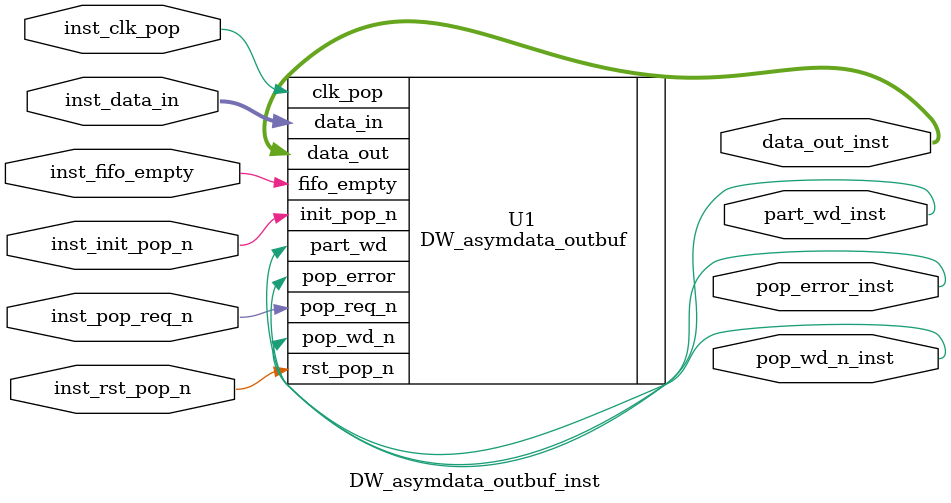
<source format=v>
module DW_asymdata_outbuf_inst( inst_clk_pop, inst_rst_pop_n, 
	inst_init_pop_n, inst_pop_req_n, inst_data_in, inst_fifo_empty,
	pop_wd_n_inst, data_out_inst, part_wd_inst, pop_error_inst );

parameter inst_in_width = 16;
parameter inst_out_width = 8;
parameter inst_err_mode = 0;
parameter inst_byte_order = 0;


input inst_clk_pop;
input inst_rst_pop_n;
input inst_init_pop_n;
input inst_pop_req_n;
input [inst_in_width-1 : 0] inst_data_in;
input inst_fifo_empty;
output pop_wd_n_inst;
output [inst_out_width-1 : 0] data_out_inst;
output part_wd_inst;
output pop_error_inst;

    // Instance of DW_asymdata_outbuf
    DW_asymdata_outbuf #(inst_in_width, inst_out_width, inst_err_mode, inst_byte_order) U1 (
			.clk_pop(inst_clk_pop),
			.rst_pop_n(inst_rst_pop_n),
			.init_pop_n(inst_init_pop_n),
			.pop_req_n(inst_pop_req_n),
			.data_in(inst_data_in),
			.fifo_empty(inst_fifo_empty),
			.pop_wd_n(pop_wd_n_inst),
			.data_out(data_out_inst),
			.part_wd(part_wd_inst),
			.pop_error(pop_error_inst) );

endmodule

</source>
